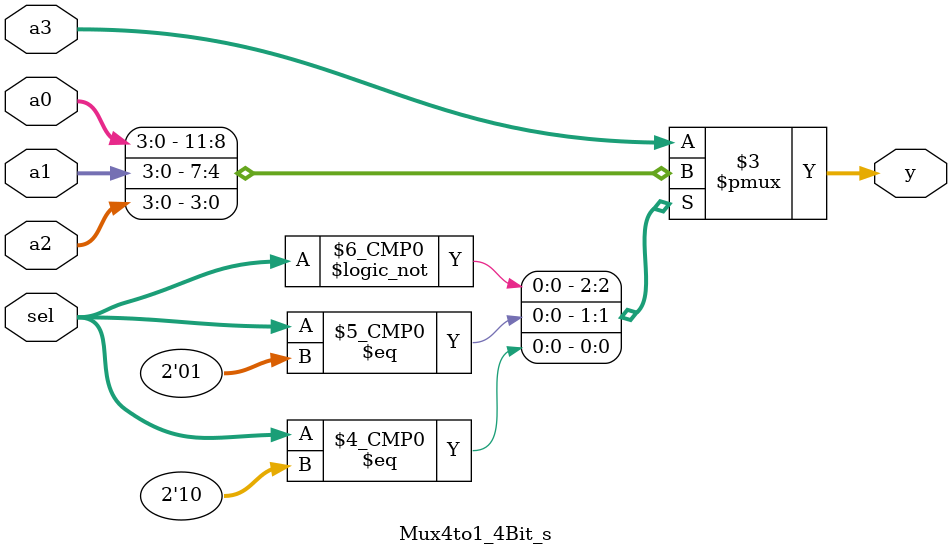
<source format=v>
`timescale 1ns / 1ps


module Mux4to1_4Bit_s(y, a0, a1, a2, a3, sel);

    input [3:0] a0, a1, a2, a3;                                 
    input [1:0] sel;                                    //selector 

    output reg [3:0] y; 

    always @(sel or a0 or a1 or a2 or a3) begin
        case (sel)
            2'b00 : y = a0; 
            2'b01 : y = a1;
            2'b10 : y = a2;
            default: 
            y = a3; 
        endcase
    end

endmodule

</source>
